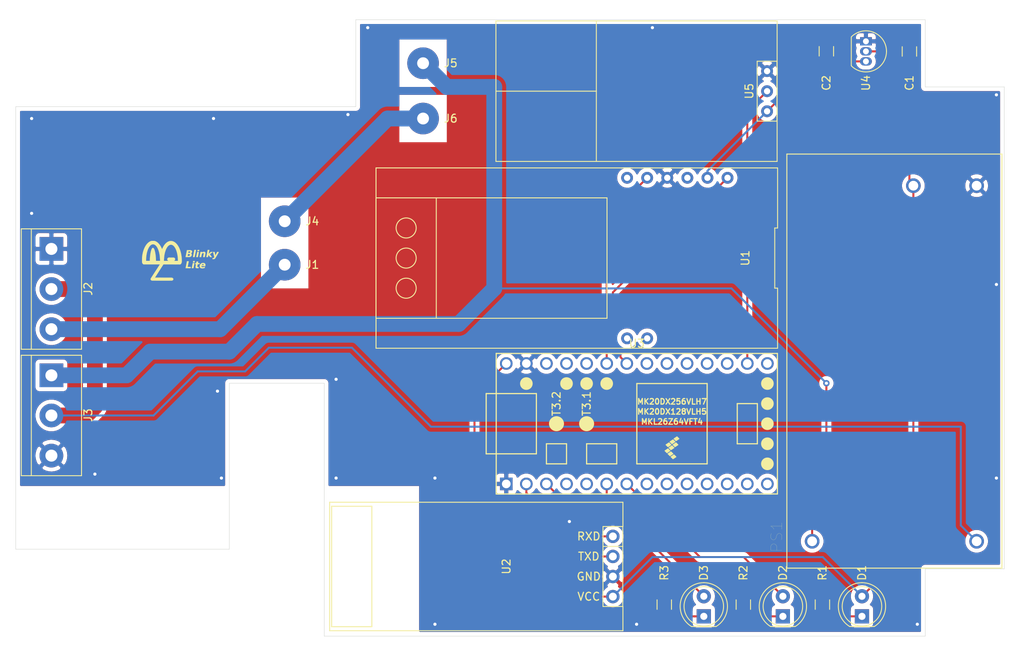
<source format=kicad_pcb>
(kicad_pcb (version 20171130) (host pcbnew 5.1.4-e60b266~84~ubuntu18.04.1)
  (layers (0 F.Cu signal) (31 B.Cu signal) (34 B.Paste user) (35 F.Paste user) (36 B.SilkS user) (37 F.SilkS user) (38 B.Mask user) (39 F.Mask user) (44 Edge.Cuts user))
  (net 0 "")
  (net 1 +5V)
  (net 2 GND)
  (net 3 +3V3)
  (net 4 "Net-(D1-Pad1)")
  (net 5 "Net-(D2-Pad2)")
  (net 6 "Net-(D2-Pad1)")
  (net 7 "Net-(D3-Pad1)")
  (net 8 "Net-(D3-Pad2)")
  (net 9 "Net-(J1-Pad1)")
  (net 10 "Net-(J2-Pad2)")
  (net 11 "Net-(J3-Pad1)")
  (net 12 "Net-(U1-Pad1)")
  (net 13 "Net-(U1-Pad3)")
  (net 14 "Net-(U1-Pad8)")
  (net 15 "Net-(U1-Pad5)")
  (net 16 "Net-(U1-Pad7)")
  (net 17 "Net-(U1-Pad6)")
  (net 18 "Net-(U2-Pad1)")
  (net 19 "Net-(U2-Pad2)")
  (net 20 "Net-(U3-Pad17)")
  (net 21 "Net-(U3-Pad18)")
  (net 22 "Net-(U3-Pad19)")
  (net 23 "Net-(U3-Pad20)")
  (net 24 "Net-(U3-Pad16)")
  (net 25 "Net-(U3-Pad15)")
  (net 26 "Net-(U3-Pad14)")
  (net 27 "Net-(U3-Pad21)")
  (net 28 "Net-(U3-Pad22)")
  (net 29 "Net-(U3-Pad23)")
  (net 30 "Net-(U3-Pad24)")
  (net 31 "Net-(U3-Pad25)")
  (net 32 "Net-(U3-Pad26)")
  (net 33 "Net-(U3-Pad29)")
  (net 34 "Net-(U3-Pad30)")
  (net 35 "Net-(U3-Pad31)")
  (net 36 "Net-(U3-Pad34)")
  (net 37 "Net-(U3-Pad35)")
  (net 38 "Net-(U3-Pad36)")
  (net 39 "Net-(U3-Pad37)")
  (net 40 "Net-(U3-Pad13)")
  (net 41 "Net-(U3-Pad12)")
  (net 42 "Net-(U3-Pad11)")
  (net 43 "Net-(U3-Pad10)")
  (net 44 "Net-(U3-Pad9)")
  (net 45 "Net-(U3-Pad8)")
  (net 46 "Net-(J4-Pad1)")
  (net 47 "Net-(U3-Pad5)")
  (net 48 "Net-(U3-Pad4)")
  (module blinkyLiteLogo:blinkyLiteLogo (layer F.Cu) (at 121 82)
    (fp_text reference G*** hide)
    (fp_text value LOGO hide)
  )
  (module Connector_Wire:SolderWirePad_1x01_Drill1.5mm (layer F.Cu) (at 134 77)
    (fp_text reference J4 (at 3.5 0) (layer F.SilkS))
    (fp_text value PFcom)
    (pad 1 thru_hole circle (at 0 0) (size 4.0005 4.0005) (drill 1.50114) (layers *.Mask B.Cu) (net 46 "Net-(J4-Pad1)"))
  )
  (module Capacitor_SMD:C_1206_3216Metric_Pad1.42x1.75mm_HandSolder (layer F.Cu) (at 213 55.5125 90)
    (fp_text reference C1 (at -3.9875 0 90) (layer F.SilkS))
    (fp_text value 1uF)
    (pad 1 smd roundrect (at -1.4875 0 90) (size 1.425 1.75) (layers F.Cu F.Paste F.Mask) (roundrect_rratio 0.175439) (net 1 +5V))
    (pad 2 smd roundrect (at 1.4875 0 90) (size 1.425 1.75) (layers F.Cu F.Paste F.Mask) (roundrect_rratio 0.175439) (net 2 GND))
  )
  (module Capacitor_SMD:C_1206_3216Metric_Pad1.42x1.75mm_HandSolder (layer F.Cu) (at 202.5 55.4875 90)
    (fp_text reference C2 (at -4.0125 0 90) (layer F.SilkS))
    (fp_text value 1uF)
    (pad 2 smd roundrect (at 1.4875 0 90) (size 1.425 1.75) (layers F.Cu F.Paste F.Mask) (roundrect_rratio 0.175439) (net 2 GND))
    (pad 1 smd roundrect (at -1.4875 0 90) (size 1.425 1.75) (layers F.Cu F.Paste F.Mask) (roundrect_rratio 0.175439) (net 3 +3V3))
  )
  (module LED_THT:LED_D5.0mm (layer F.Cu) (at 207 127 90)
    (fp_text reference D1 (at 5.5 0 90) (layer F.SilkS))
    (fp_text value GREEN)
    (pad 1 thru_hole rect (at 0 0 90) (size 1.8 1.8) (drill 0.9) (layers *.Cu *.Mask) (net 4 "Net-(D1-Pad1)"))
    (pad 2 thru_hole circle (at 2.54 0 90) (size 1.8 1.8) (drill 0.9) (layers *.Cu *.Mask) (net 1 +5V))
  )
  (module LED_THT:LED_D5.0mm (layer F.Cu) (at 197 127 90)
    (fp_text reference D2 (at 5.5 0 90) (layer F.SilkS))
    (fp_text value BLUE)
    (pad 2 thru_hole circle (at 2.54 0 90) (size 1.8 1.8) (drill 0.9) (layers *.Cu *.Mask) (net 5 "Net-(D2-Pad2)"))
    (pad 1 thru_hole rect (at 0 0 90) (size 1.8 1.8) (drill 0.9) (layers *.Cu *.Mask) (net 6 "Net-(D2-Pad1)"))
  )
  (module LED_THT:LED_D5.0mm (layer F.Cu) (at 187 127 90)
    (fp_text reference D3 (at 5.5 0 90) (layer F.SilkS))
    (fp_text value RED)
    (pad 1 thru_hole rect (at 0 0 90) (size 1.8 1.8) (drill 0.9) (layers *.Cu *.Mask) (net 7 "Net-(D3-Pad1)"))
    (pad 2 thru_hole circle (at 2.54 0 90) (size 1.8 1.8) (drill 0.9) (layers *.Cu *.Mask) (net 8 "Net-(D3-Pad2)"))
  )
  (module TerminalBlock:TerminalBlock_bornier-3_P5.08mm (layer F.Cu) (at 104.5 80.5 270)
    (fp_text reference J2 (at 5.05 -4.65 90) (layer F.SilkS))
    (fp_text value VACout)
    (pad 1 thru_hole rect (at 0 0 270) (size 3 3) (drill 1.52) (layers *.Cu *.Mask) (net 2 GND))
    (pad 2 thru_hole circle (at 5.08 0 270) (size 3 3) (drill 1.52) (layers *.Cu *.Mask) (net 10 "Net-(J2-Pad2)"))
    (pad 3 thru_hole circle (at 10.16 0 270) (size 3 3) (drill 1.52) (layers *.Cu *.Mask) (net 9 "Net-(J1-Pad1)"))
  )
  (module TerminalBlock:TerminalBlock_bornier-3_P5.08mm (layer F.Cu) (at 104.5 96.5 270)
    (fp_text reference J3 (at 5.05 -4.65 90) (layer F.SilkS))
    (fp_text value VACin)
    (pad 3 thru_hole circle (at 10.16 0 270) (size 3 3) (drill 1.52) (layers *.Cu *.Mask) (net 2 GND))
    (pad 2 thru_hole circle (at 5.08 0 270) (size 3 3) (drill 1.52) (layers *.Cu *.Mask) (net 10 "Net-(J2-Pad2)"))
    (pad 1 thru_hole rect (at 0 0 270) (size 3 3) (drill 1.52) (layers *.Cu *.Mask) (net 11 "Net-(J3-Pad1)"))
  )
  (module IRM-20-5:CONV_IRM-20-5 (layer F.Cu) (at 211.1 94.7 90)
    (fp_text reference PS1 (at -22.246425 -14.873355 90) (layer F.SilkS) (effects (font (size 1.401346 1.401346) (thickness 0.015))))
    (fp_text value IRM-20-5)
    (pad 2 thru_hole circle (at -22.8 10.4 90) (size 1.86 1.86) (drill 1.24) (layers *.Cu *.Mask) (net 10 "Net-(J2-Pad2)"))
    (pad 1 thru_hole circle (at -22.8 -10.4 90) (size 1.86 1.86) (drill 1.24) (layers *.Cu *.Mask) (net 11 "Net-(J3-Pad1)"))
    (pad 3 thru_hole circle (at 22.2 10.4 90) (size 1.86 1.86) (drill 1.24) (layers *.Cu *.Mask) (net 2 GND))
    (pad 4 thru_hole circle (at 22.2 2.4 90) (size 1.86 1.86) (drill 1.24) (layers *.Cu *.Mask) (net 1 +5V))
  )
  (module Resistor_SMD:R_1206_3216Metric_Pad1.42x1.75mm_HandSolder (layer F.Cu) (at 202 125.5125 90)
    (fp_text reference R1 (at 4.0125 0 270) (layer F.SilkS))
    (fp_text value 220)
    (pad 1 smd roundrect (at -1.4875 0 90) (size 1.425 1.75) (layers F.Cu F.Paste F.Mask) (roundrect_rratio 0.175439) (net 4 "Net-(D1-Pad1)"))
    (pad 2 smd roundrect (at 1.4875 0 90) (size 1.425 1.75) (layers F.Cu F.Paste F.Mask) (roundrect_rratio 0.175439) (net 2 GND))
  )
  (module Resistor_SMD:R_1206_3216Metric_Pad1.42x1.75mm_HandSolder (layer F.Cu) (at 192 125.5125 90)
    (fp_text reference R2 (at 4.0125 0 90) (layer F.SilkS))
    (fp_text value 220)
    (pad 2 smd roundrect (at 1.4875 0 90) (size 1.425 1.75) (layers F.Cu F.Paste F.Mask) (roundrect_rratio 0.175439) (net 2 GND))
    (pad 1 smd roundrect (at -1.4875 0 90) (size 1.425 1.75) (layers F.Cu F.Paste F.Mask) (roundrect_rratio 0.175439) (net 6 "Net-(D2-Pad1)"))
  )
  (module Resistor_SMD:R_1206_3216Metric_Pad1.42x1.75mm_HandSolder (layer F.Cu) (at 182 125.5125 90)
    (fp_text reference R3 (at 4.0125 0 90) (layer F.SilkS))
    (fp_text value 220)
    (pad 1 smd roundrect (at -1.4875 0 90) (size 1.425 1.75) (layers F.Cu F.Paste F.Mask) (roundrect_rratio 0.175439) (net 7 "Net-(D3-Pad1)"))
    (pad 2 smd roundrect (at 1.4875 0 90) (size 1.425 1.75) (layers F.Cu F.Paste F.Mask) (roundrect_rratio 0.175439) (net 2 GND))
  )
  (module dmcginnis427:PowerFeather (layer F.Cu) (at 190 71.5 180)
    (fp_text reference U1 (at -2.25 -10.16 90) (layer F.SilkS))
    (fp_text value PowerFeather)
    (pad 1 thru_hole circle (at 0 0 180) (size 1.5 1.5) (drill 0.8) (layers *.Cu *.Mask) (net 12 "Net-(U1-Pad1)"))
    (pad 2 thru_hole circle (at 2.54 0 180) (size 1.5 1.5) (drill 0.8) (layers *.Cu *.Mask) (net 3 +3V3))
    (pad 3 thru_hole circle (at 5.08 0 180) (size 1.5 1.5) (drill 0.8) (layers *.Cu *.Mask) (net 13 "Net-(U1-Pad3)"))
    (pad 4 thru_hole circle (at 7.62 0 180) (size 1.5 1.5) (drill 0.8) (layers *.Cu *.Mask) (net 2 GND))
    (pad 8 thru_hole circle (at 10.16 -20.32 180) (size 1.5 1.5) (drill 0.8) (layers *.Cu *.Mask) (net 14 "Net-(U1-Pad8)"))
    (pad 5 thru_hole circle (at 10.16 0 180) (size 1.5 1.5) (drill 0.8) (layers *.Cu *.Mask) (net 15 "Net-(U1-Pad5)"))
    (pad 7 thru_hole circle (at 12.7 -20.32 180) (size 1.5 1.5) (drill 0.8) (layers *.Cu *.Mask) (net 16 "Net-(U1-Pad7)"))
    (pad 6 thru_hole circle (at 12.7 0 180) (size 1.5 1.5) (drill 0.8) (layers *.Cu *.Mask) (net 17 "Net-(U1-Pad6)"))
  )
  (module dmcginnis427:HC06 (layer F.Cu) (at 175.5 120.69 270)
    (fp_text reference U2 (at 0 13.462 90) (layer F.SilkS))
    (fp_text value HC06)
    (fp_text user RXD (at -3.81 3.048) (layer F.SilkS))
    (fp_text user TXD (at -1.27 3.048) (layer F.SilkS))
    (fp_text user GND (at 1.27 3.048) (layer F.SilkS))
    (fp_text user VCC (at 3.81 3.048) (layer F.SilkS))
    (pad 1 thru_hole circle (at -3.81 0 270) (size 1.7 1.7) (drill 1) (layers *.Cu *.Mask) (net 18 "Net-(U2-Pad1)"))
    (pad 2 thru_hole circle (at -1.27 0 270) (size 1.7 1.7) (drill 1) (layers *.Cu *.Mask) (net 19 "Net-(U2-Pad2)"))
    (pad 3 thru_hole circle (at 1.27 0 270) (size 1.7 1.7) (drill 1) (layers *.Cu *.Mask) (net 2 GND))
    (pad 4 thru_hole circle (at 3.81 0 270) (size 1.7 1.7) (drill 1) (layers *.Cu *.Mask) (net 1 +5V))
  )
  (module TeensyFootprints:Teensy30_31_32_LC (layer F.Cu) (at 178.53 102.62)
    (fp_text reference U3 (at 0 -10.16) (layer F.SilkS))
    (fp_text value Teensy-LC)
    (fp_text user T3.2 (at -10.16 -2.54 90) (layer F.SilkS))
    (fp_text user T3.1 (at -6.35 -2.54 90) (layer F.SilkS))
    (fp_text user MK20DX256VLH7 (at 4.445 -2.794) (layer F.SilkS) (effects (font (size 0.7 0.7))))
    (fp_text user MKL26Z64VFT4 (at 4.445 -0.254) (layer F.SilkS) (effects (font (size 0.7 0.7))))
    (fp_text user MK20DX128VLH5 (at 4.445 -1.524) (layer F.SilkS) (effects (font (size 0.7 0.7))))
    (pad 17 connect circle (at 16.51 0) (size 1.6 1.6) (layers F.SilkS) (net 20 "Net-(U3-Pad17)"))
    (pad 18 connect circle (at 16.51 -2.54) (size 1.6 1.6) (layers F.SilkS) (net 21 "Net-(U3-Pad18)"))
    (pad 19 connect circle (at 16.51 -5.08) (size 1.6 1.6) (layers F.SilkS) (net 22 "Net-(U3-Pad19)"))
    (pad 20 thru_hole circle (at 16.51 -7.62) (size 1.6 1.6) (drill 1.1) (layers *.Cu *.Mask) (net 23 "Net-(U3-Pad20)"))
    (pad 16 connect circle (at 16.51 2.54) (size 1.6 1.6) (layers F.SilkS) (net 24 "Net-(U3-Pad16)"))
    (pad 15 connect circle (at 16.51 5.08) (size 1.6 1.6) (layers F.SilkS) (net 25 "Net-(U3-Pad15)"))
    (pad 14 thru_hole circle (at 16.51 7.62) (size 1.6 1.6) (drill 1.1) (layers *.Cu *.Mask) (net 26 "Net-(U3-Pad14)"))
    (pad 21 thru_hole circle (at 13.97 -7.62) (size 1.6 1.6) (drill 1.1) (layers *.Cu *.Mask) (net 27 "Net-(U3-Pad21)"))
    (pad 22 thru_hole circle (at 11.43 -7.62) (size 1.6 1.6) (drill 1.1) (layers *.Cu *.Mask) (net 28 "Net-(U3-Pad22)"))
    (pad 23 thru_hole circle (at 8.89 -7.62) (size 1.6 1.6) (drill 1.1) (layers *.Cu *.Mask) (net 29 "Net-(U3-Pad23)"))
    (pad 24 thru_hole circle (at 6.35 -7.62) (size 1.6 1.6) (drill 1.1) (layers *.Cu *.Mask) (net 30 "Net-(U3-Pad24)"))
    (pad 25 thru_hole circle (at 3.81 -7.62) (size 1.6 1.6) (drill 1.1) (layers *.Cu *.Mask) (net 31 "Net-(U3-Pad25)"))
    (pad 26 thru_hole circle (at 1.27 -7.62) (size 1.6 1.6) (drill 1.1) (layers *.Cu *.Mask) (net 32 "Net-(U3-Pad26)"))
    (pad 27 thru_hole circle (at -1.27 -7.62) (size 1.6 1.6) (drill 1.1) (layers *.Cu *.Mask) (net 12 "Net-(U1-Pad1)"))
    (pad 28 thru_hole circle (at -3.81 -7.62) (size 1.6 1.6) (drill 1.1) (layers *.Cu *.Mask) (net 15 "Net-(U1-Pad5)"))
    (pad 29 thru_hole circle (at -6.35 -7.62) (size 1.6 1.6) (drill 1.1) (layers *.Cu *.Mask) (net 33 "Net-(U3-Pad29)"))
    (pad 30 thru_hole circle (at -8.89 -7.62) (size 1.6 1.6) (drill 1.1) (layers *.Cu *.Mask) (net 34 "Net-(U3-Pad30)"))
    (pad 31 thru_hole circle (at -11.43 -7.62) (size 1.6 1.6) (drill 1.1) (layers *.Cu *.Mask) (net 35 "Net-(U3-Pad31)"))
    (pad 32 thru_hole circle (at -13.97 -7.62) (size 1.6 1.6) (drill 1.1) (layers *.Cu *.Mask) (net 2 GND))
    (pad 33 thru_hole circle (at -16.51 -7.62) (size 1.6 1.6) (drill 1.1) (layers *.Cu *.Mask) (net 1 +5V))
    (pad 34 connect circle (at -13.97 -5.08) (size 1.6 1.6) (layers F.SilkS) (net 36 "Net-(U3-Pad34)"))
    (pad 35 connect circle (at -8.89 -5.08) (size 1.6 1.6) (layers F.SilkS) (net 37 "Net-(U3-Pad35)"))
    (pad 36 connect circle (at -6.35 -5.08) (size 1.6 1.6) (layers F.SilkS) (net 38 "Net-(U3-Pad36)"))
    (pad 37 connect circle (at -3.81 -5.08) (size 1.6 1.6) (layers F.SilkS) (net 39 "Net-(U3-Pad37)"))
    (pad 13 thru_hole circle (at 13.97 7.62) (size 1.6 1.6) (drill 1.1) (layers *.Cu *.Mask) (net 40 "Net-(U3-Pad13)"))
    (pad 12 thru_hole circle (at 11.43 7.62) (size 1.6 1.6) (drill 1.1) (layers *.Cu *.Mask) (net 41 "Net-(U3-Pad12)"))
    (pad 11 thru_hole circle (at 8.89 7.62) (size 1.6 1.6) (drill 1.1) (layers *.Cu *.Mask) (net 42 "Net-(U3-Pad11)"))
    (pad 10 thru_hole circle (at 6.35 7.62) (size 1.6 1.6) (drill 1.1) (layers *.Cu *.Mask) (net 43 "Net-(U3-Pad10)"))
    (pad 9 thru_hole circle (at 3.81 7.62) (size 1.6 1.6) (drill 1.1) (layers *.Cu *.Mask) (net 44 "Net-(U3-Pad9)"))
    (pad 8 thru_hole circle (at 1.27 7.62) (size 1.6 1.6) (drill 1.1) (layers *.Cu *.Mask) (net 45 "Net-(U3-Pad8)"))
    (pad 7 thru_hole circle (at -1.27 7.62) (size 1.6 1.6) (drill 1.1) (layers *.Cu *.Mask) (net 5 "Net-(D2-Pad2)"))
    (pad 6 thru_hole circle (at -3.81 7.62) (size 1.6 1.6) (drill 1.1) (layers *.Cu *.Mask) (net 8 "Net-(D3-Pad2)"))
    (pad 5 thru_hole circle (at -6.35 7.62) (size 1.6 1.6) (drill 1.1) (layers *.Cu *.Mask) (net 47 "Net-(U3-Pad5)"))
    (pad 4 thru_hole circle (at -8.89 7.62) (size 1.6 1.6) (drill 1.1) (layers *.Cu *.Mask) (net 48 "Net-(U3-Pad4)"))
    (pad 3 thru_hole circle (at -11.43 7.62) (size 1.6 1.6) (drill 1.1) (layers *.Cu *.Mask) (net 18 "Net-(U2-Pad1)"))
    (pad 2 thru_hole circle (at -13.97 7.62) (size 1.6 1.6) (drill 1.1) (layers *.Cu *.Mask) (net 19 "Net-(U2-Pad2)"))
    (pad 1 thru_hole rect (at -16.51 7.62) (size 1.6 1.6) (drill 1.1) (layers *.Cu *.Mask) (net 2 GND))
    (pad 52 connect circle (at -6.35 0) (size 1.9 1.9) (layers F.SilkS))
    (pad 52 connect circle (at -10.16 0) (size 1.9 1.9) (layers F.SilkS))
  )
  (module Package_TO_SOT_THT:TO-92_Inline (layer F.Cu) (at 207.5 54.23 270)
    (fp_text reference U4 (at 5.27 0 90) (layer F.SilkS))
    (fp_text value MCP1700-3002E_TO92)
    (pad 2 thru_hole oval (at 1.27 0 270) (size 1.05 1.5) (drill 0.75) (layers *.Cu *.Mask) (net 1 +5V))
    (pad 3 thru_hole oval (at 2.54 0 270) (size 1.05 1.5) (drill 0.75) (layers *.Cu *.Mask) (net 3 +3V3))
    (pad 1 thru_hole rect (at 0 0 270) (size 1.05 1.5) (drill 0.75) (layers *.Cu *.Mask) (net 2 GND))
  )
  (module dmcginnis427:ACS712_20A (layer F.Cu) (at 195 60.54 270)
    (fp_text reference U5 (at 0 2.25 90) (layer F.SilkS))
    (fp_text value ACS712_20)
    (pad 1 thru_hole circle (at -2.54 0 270) (size 1.5 1.5) (drill 0.8) (layers *.Cu *.Mask) (net 2 GND))
    (pad 2 thru_hole circle (at 0 0 270) (size 1.5 1.5) (drill 0.8) (layers *.Cu *.Mask) (net 27 "Net-(U3-Pad21)"))
    (pad 3 thru_hole circle (at 2.54 0 270) (size 1.5 1.5) (drill 0.8) (layers *.Cu *.Mask) (net 3 +3V3))
  )
  (module Connector_Wire:SolderWirePad_1x01_Drill1.5mm (layer F.Cu) (at 134 82.5)
    (fp_text reference J1 (at 3.5 0) (layer F.SilkS))
    (fp_text value PFno)
    (pad 1 thru_hole circle (at 0 0) (size 4.0005 4.0005) (drill 1.50114) (layers *.Mask B.Cu) (net 9 "Net-(J1-Pad1)"))
  )
  (module Connector_Wire:SolderWirePad_1x01_Drill1.5mm (layer F.Cu) (at 151.5 57)
    (fp_text reference J5 (at 3.5 0) (layer F.SilkS))
    (fp_text value CTin)
    (pad 1 thru_hole circle (at 0 0) (size 4.0005 4.0005) (drill 1.50114) (layers *.Mask B.Cu) (net 11 "Net-(J3-Pad1)"))
  )
  (module Connector_Wire:SolderWirePad_1x01_Drill1.5mm (layer F.Cu) (at 151.5 64)
    (fp_text reference J6 (at 3.5 0) (layer F.SilkS))
    (fp_text value CTout)
    (pad 1 thru_hole circle (at 0 0) (size 4.0005 4.0005) (drill 1.50114) (layers *.Mask B.Cu) (net 46 "Net-(J4-Pad1)"))
  )
  (gr_line (start 127 118.5) (end 100 118.5) (layer Edge.Cuts) (width 0.05))
  (gr_line (start 127 97.5) (end 127 118.5) (layer Edge.Cuts) (width 0.05))
  (gr_line (start 139 97.5) (end 127 97.5) (layer Edge.Cuts) (width 0.05))
  (gr_line (start 139 129.5) (end 139 97.5) (layer Edge.Cuts) (width 0.05))
  (gr_line (start 143 62.5) (end 143 51.5) (layer Edge.Cuts) (width 0.05))
  (gr_line (start 100 62.5) (end 143 62.5) (layer Edge.Cuts) (width 0.05))
  (gr_line (start 215 121) (end 225 121) (layer Edge.Cuts) (width 0.05))
  (gr_line (start 215 129.5) (end 215 121) (layer Edge.Cuts) (width 0.05))
  (gr_line (start 215 60) (end 225 60) (layer Edge.Cuts) (width 0.05))
  (gr_line (start 215 51.5) (end 215 60) (layer Edge.Cuts) (width 0.05))
  (gr_line (start 100 118.5) (end 100 62.5) (layer Edge.Cuts) (width 0.05))
  (gr_line (start 215 129.5) (end 139 129.5) (layer Edge.Cuts) (width 0.05))
  (gr_line (start 225 60) (end 225 121) (layer Edge.Cuts) (width 0.05))
  (gr_line (start 143 51.5) (end 215 51.5) (layer Edge.Cuts) (width 0.05))
  (segment (start 211.5 55.5) (end 213 57) (width 0.25) (layer F.Cu) (net 1))
  (segment (start 207.5 55.5) (end 211.5 55.5) (width 0.25) (layer F.Cu) (net 1))
  (segment (start 213 72) (end 213.5 72.5) (width 0.25) (layer F.Cu) (net 1))
  (segment (start 213 57) (end 213 72) (width 0.25) (layer F.Cu) (net 1))
  (segment (start 213.5 117.96) (end 207 124.46) (width 0.25) (layer F.Cu) (net 1))
  (segment (start 213.5 72.5) (end 213.5 117.96) (width 0.25) (layer F.Cu) (net 1))
  (segment (start 176.349999 123.650001) (end 175.5 124.5) (width 0.25) (layer B.Cu) (net 1))
  (segment (start 180.5 119.5) (end 176.349999 123.650001) (width 0.25) (layer B.Cu) (net 1))
  (segment (start 202.04 119.5) (end 180.5 119.5) (width 0.25) (layer B.Cu) (net 1))
  (segment (start 207 124.46) (end 202.04 119.5) (width 0.25) (layer B.Cu) (net 1))
  (segment (start 158 99.02) (end 158 120) (width 0.25) (layer F.Cu) (net 1))
  (segment (start 162.02 95) (end 158 99.02) (width 0.25) (layer F.Cu) (net 1))
  (segment (start 158 120) (end 162.5 124.5) (width 0.25) (layer F.Cu) (net 1))
  (segment (start 162.5 124.5) (end 175.5 124.5) (width 0.25) (layer F.Cu) (net 1))
  (via (at 170 115) (size 0.8) (drill 0.4) (layers F.Cu B.Cu) (net 2))
  (via (at 102 64) (size 0.8) (drill 0.4) (layers F.Cu B.Cu) (net 2))
  (via (at 125 64) (size 0.8) (drill 0.4) (layers F.Cu B.Cu) (net 2))
  (via (at 142 63.5) (size 0.8) (drill 0.4) (layers F.Cu B.Cu) (net 2))
  (via (at 144.5 52.5) (size 0.8) (drill 0.4) (layers F.Cu B.Cu) (net 2))
  (via (at 180.5 52.5) (size 0.8) (drill 0.4) (layers F.Cu B.Cu) (net 2))
  (via (at 224 61) (size 0.8) (drill 0.4) (layers F.Cu B.Cu) (net 2))
  (via (at 224 85) (size 0.8) (drill 0.4) (layers F.Cu B.Cu) (net 2))
  (via (at 224 109.5) (size 0.8) (drill 0.4) (layers F.Cu B.Cu) (net 2))
  (via (at 214 128) (size 0.8) (drill 0.4) (layers F.Cu B.Cu) (net 2))
  (via (at 178.5 128) (size 0.8) (drill 0.4) (layers F.Cu B.Cu) (net 2))
  (via (at 153 128) (size 0.8) (drill 0.4) (layers F.Cu B.Cu) (net 2))
  (via (at 153 109.5) (size 0.8) (drill 0.4) (layers F.Cu B.Cu) (net 2))
  (via (at 140.5 109.5) (size 0.8) (drill 0.4) (layers F.Cu B.Cu) (net 2))
  (via (at 140.5 97) (size 0.8) (drill 0.4) (layers F.Cu B.Cu) (net 2))
  (via (at 125.5 98.5) (size 0.8) (drill 0.4) (layers F.Cu B.Cu) (net 2))
  (via (at 126 109.5) (size 0.8) (drill 0.4) (layers F.Cu B.Cu) (net 2))
  (via (at 110 109) (size 0.8) (drill 0.4) (layers F.Cu B.Cu) (net 2))
  (via (at 102 76) (size 0.8) (drill 0.4) (layers F.Cu B.Cu) (net 2))
  (segment (start 201.105 56.975) (end 202.5 56.975) (width 0.25) (layer F.Cu) (net 3))
  (segment (start 195 63.08) (end 201.105 56.975) (width 0.25) (layer F.Cu) (net 3))
  (segment (start 202.705 56.77) (end 202.5 56.975) (width 0.25) (layer F.Cu) (net 3))
  (segment (start 207.5 56.77) (end 202.705 56.77) (width 0.25) (layer F.Cu) (net 3))
  (segment (start 187.46 70.62) (end 187.46 71.5) (width 0.25) (layer B.Cu) (net 3))
  (segment (start 195 63.08) (end 187.46 70.62) (width 0.25) (layer B.Cu) (net 3))
  (segment (start 207 127) (end 202 127) (width 0.25) (layer F.Cu) (net 4))
  (segment (start 196.100001 123.560001) (end 197 124.46) (width 0.25) (layer F.Cu) (net 5))
  (segment (start 192.04 119.5) (end 196.100001 123.560001) (width 0.25) (layer F.Cu) (net 5))
  (segment (start 186.52 119.5) (end 192.04 119.5) (width 0.25) (layer F.Cu) (net 5))
  (segment (start 177.26 110.24) (end 186.52 119.5) (width 0.25) (layer F.Cu) (net 5))
  (segment (start 197 127) (end 192 127) (width 0.25) (layer F.Cu) (net 6))
  (segment (start 185.85 127) (end 182 127) (width 0.25) (layer F.Cu) (net 7))
  (segment (start 187 127) (end 185.85 127) (width 0.25) (layer F.Cu) (net 7))
  (segment (start 174.72 112.18) (end 187 124.46) (width 0.25) (layer F.Cu) (net 8))
  (segment (start 174.72 110.24) (end 174.72 112.18) (width 0.25) (layer F.Cu) (net 8))
  (segment (start 125.84 90.66) (end 134 82.5) (width 2) (layer B.Cu) (net 9))
  (segment (start 104.5 90.66) (end 125.84 90.66) (width 2) (layer B.Cu) (net 9))
  (segment (start 104.5 85.58) (end 108.58 85.58) (width 2) (layer F.Cu) (net 10))
  (segment (start 108.58 85.58) (end 110 87) (width 2) (layer F.Cu) (net 10))
  (segment (start 104.5 101.58) (end 108.92 101.58) (width 2) (layer F.Cu) (net 10))
  (segment (start 110 100.5) (end 110 87) (width 2) (layer F.Cu) (net 10))
  (segment (start 108.92 101.58) (end 110 100.5) (width 2) (layer F.Cu) (net 10))
  (segment (start 129 96) (end 123 96) (width 0.25) (layer B.Cu) (net 10))
  (segment (start 219.5 115.5) (end 219.5 103) (width 0.25) (layer B.Cu) (net 10))
  (segment (start 123 96) (end 117.42 101.58) (width 0.25) (layer B.Cu) (net 10))
  (segment (start 142.5 93) (end 132 93) (width 0.25) (layer B.Cu) (net 10))
  (segment (start 117.42 101.58) (end 104.5 101.58) (width 0.25) (layer B.Cu) (net 10))
  (segment (start 221.5 117.5) (end 219.5 115.5) (width 0.25) (layer B.Cu) (net 10))
  (segment (start 219.5 103) (end 152.5 103) (width 0.25) (layer B.Cu) (net 10))
  (segment (start 152.5 103) (end 142.5 93) (width 0.25) (layer B.Cu) (net 10))
  (segment (start 132 93) (end 129 96) (width 0.25) (layer B.Cu) (net 10))
  (segment (start 154.5 60) (end 151.5 57) (width 2) (layer B.Cu) (net 11))
  (segment (start 160.5 85.5) (end 160.5 60) (width 2) (layer B.Cu) (net 11))
  (segment (start 160.5 60) (end 154.5 60) (width 2) (layer B.Cu) (net 11))
  (segment (start 160.5 85.5) (end 190.5 85.5) (width 0.25) (layer B.Cu) (net 11))
  (segment (start 190.5 85.5) (end 202.5 97.5) (width 0.25) (layer B.Cu) (net 11))
  (via (at 202.5 97.5) (size 0.8) (drill 0.4) (layers F.Cu B.Cu) (net 11))
  (segment (start 202.5 97.5) (end 202.5 106.5) (width 0.25) (layer F.Cu) (net 11))
  (segment (start 200.7 108.3) (end 200.7 117.5) (width 0.25) (layer F.Cu) (net 11))
  (segment (start 202.5 106.5) (end 200.7 108.3) (width 0.25) (layer F.Cu) (net 11))
  (segment (start 156 90) (end 160.5 85.5) (width 2) (layer B.Cu) (net 11))
  (segment (start 127 93.5) (end 130.5 90) (width 2) (layer B.Cu) (net 11))
  (segment (start 117 93.5) (end 127 93.5) (width 2) (layer B.Cu) (net 11))
  (segment (start 104.5 96.5) (end 114 96.5) (width 2) (layer B.Cu) (net 11))
  (segment (start 130.5 90) (end 156 90) (width 2) (layer B.Cu) (net 11))
  (segment (start 114 96.5) (end 117 93.5) (width 2) (layer B.Cu) (net 11))
  (segment (start 176.460001 94.200001) (end 176.460001 93.460001) (width 0.25) (layer F.Cu) (net 12))
  (segment (start 177.26 95) (end 176.460001 94.200001) (width 0.25) (layer F.Cu) (net 12))
  (segment (start 176.460001 93.460001) (end 175.5 92.5) (width 0.25) (layer F.Cu) (net 12))
  (segment (start 175.5 86) (end 190 71.5) (width 0.25) (layer F.Cu) (net 12))
  (segment (start 175.5 92.5) (end 175.5 86) (width 0.25) (layer F.Cu) (net 12))
  (segment (start 174.72 76.62) (end 179.84 71.5) (width 0.25) (layer F.Cu) (net 15))
  (segment (start 174.72 95) (end 174.72 76.62) (width 0.25) (layer F.Cu) (net 15))
  (segment (start 173.74 116.88) (end 175.5 116.88) (width 0.25) (layer F.Cu) (net 18))
  (segment (start 167.1 110.24) (end 173.74 116.88) (width 0.25) (layer F.Cu) (net 18))
  (segment (start 174.297919 119.42) (end 175.5 119.42) (width 0.25) (layer F.Cu) (net 19))
  (segment (start 172.60863 119.42) (end 174.297919 119.42) (width 0.25) (layer F.Cu) (net 19))
  (segment (start 164.56 111.37137) (end 172.60863 119.42) (width 0.25) (layer F.Cu) (net 19))
  (segment (start 164.56 110.24) (end 164.56 111.37137) (width 0.25) (layer F.Cu) (net 19))
  (segment (start 192.5 63.04) (end 192.5 95) (width 0.25) (layer F.Cu) (net 27))
  (segment (start 195 60.54) (end 192.5 63.04) (width 0.25) (layer F.Cu) (net 27))
  (segment (start 147 64) (end 151.5 64) (width 2) (layer B.Cu) (net 46))
  (segment (start 134 77) (end 147 64) (width 2) (layer B.Cu) (net 46))
  (zone (net 2) (net_name GND) (layer F.Cu) (connect_pads (clearance 0.508)) (min_thickness 0.254) (fill yes (arc_segments 32) (thermal_gap 0.508) (thermal_bridge_width 0.508))
    (polygon (pts (xy 98 110.5) (xy 151 110.5) (xy 151 131.5) (xy 227.5 131.5) (xy 227.5 49) (xy 98 49)))
  )
  (zone (net 2) (net_name GND) (layer B.Cu) (connect_pads (clearance 0.508)) (min_thickness 0.254) (fill yes (arc_segments 32) (thermal_gap 0.508) (thermal_bridge_width 0.508))
    (polygon (pts (xy 98 110.5) (xy 151 110.5) (xy 151 131.5) (xy 227.5 131.5) (xy 227.5 49) (xy 98 49)))
  )
  (zone (net 0) (net_name "") (layers F&B.Cu) (connect_pads (clearance 0.508)) (min_thickness 0.254)
    (keepout (tracks allowed) (vias allowed) (copperpour not_allowed))
    (fill (arc_segments 32) (thermal_gap 0.508) (thermal_bridge_width 0.508))
    (polygon (pts (xy 131 74) (xy 137 74) (xy 137 85.5) (xy 131 85.5)))
  )
  (zone (net 0) (net_name "") (layers F&B.Cu) (connect_pads (clearance 0.508)) (min_thickness 0.254)
    (keepout (tracks allowed) (vias allowed) (copperpour not_allowed))
    (fill (arc_segments 32) (thermal_gap 0.508) (thermal_bridge_width 0.508))
    (polygon (pts (xy 148.5 61) (xy 154.5 61) (xy 154.5 67) (xy 148.5 67)))
  )
  (zone (net 0) (net_name "") (layers F&B.Cu) (connect_pads (clearance 0.508)) (min_thickness 0.254)
    (keepout (tracks allowed) (vias allowed) (copperpour not_allowed))
    (fill (arc_segments 32) (thermal_gap 0.508) (thermal_bridge_width 0.508))
    (polygon (pts (xy 148.5 54) (xy 154.5 54) (xy 154.5 60) (xy 148.5 60)))
  )
)
</source>
